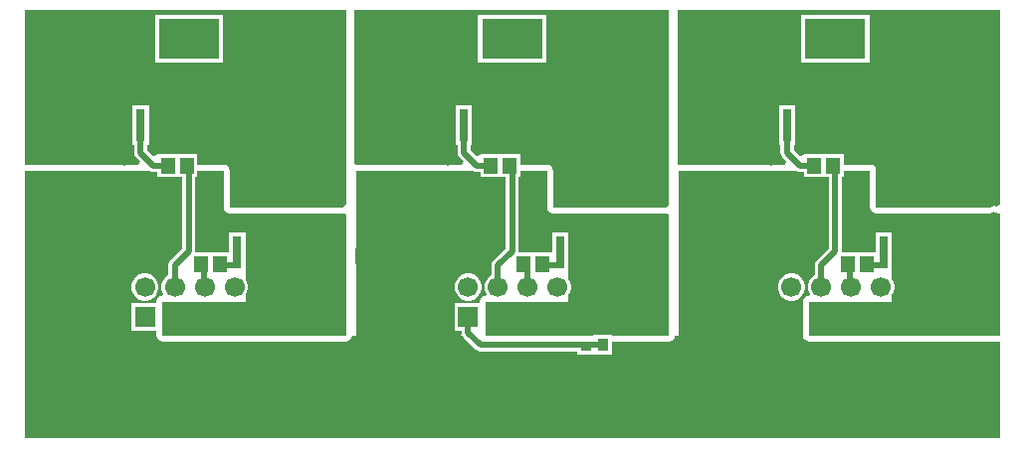
<source format=gbr>
%TF.GenerationSoftware,Altium Limited,Altium Designer,24.0.1 (36)*%
G04 Layer_Physical_Order=1*
G04 Layer_Color=255*
%FSLAX45Y45*%
%MOMM*%
%TF.SameCoordinates,AADBD710-655B-4C0A-A29E-FCC33305A696*%
%TF.FilePolarity,Positive*%
%TF.FileFunction,Copper,L1,Top,Signal*%
%TF.Part,Single*%
G01*
G75*
%TA.AperFunction,SMDPad,CuDef*%
%ADD10R,0.95000X1.10000*%
%ADD11R,0.90000X0.70000*%
%ADD12R,1.20000X1.35000*%
%TA.AperFunction,ConnectorPad*%
%ADD13R,5.19999X3.49987*%
%TA.AperFunction,SMDPad,CuDef*%
%ADD14R,1.63500X2.69999*%
%TA.AperFunction,ConnectorPad*%
%AMCUSTOMSHAPE15*
4,1,30,-4.00500,-1.41000,-4.00500,1.41000,4.00500,1.41000,4.00500,-1.40000,3.99499,-1.40000,3.20500,-1.40000,3.20500,0.60000,2.80500,0.60000,2.80500,-1.40000,2.00500,-1.40000,2.00500,0.59997,1.60500,0.59997,1.60500,-1.40000,0.80500,-1.40000,0.80500,0.59997,0.40500,0.59997,0.40500,-1.40000,-0.39500,-1.40000,-0.39500,0.59997,-0.79499,0.59997,-0.79499,-1.40000,-1.59499,-1.40000,-1.59499,0.59997,-1.99499,0.59997,-1.99499,-1.40000,-2.79499,-1.40000,-2.79499,0.59997,-3.19499,0.59997,-3.19499,-1.40000,-4.00500,-1.41000,-4.00500,-1.41000,0.0*%
%ADD15CUSTOMSHAPE15*%

%ADD16O,6.06003X4.79999*%
%ADD17R,0.80000X2.79999*%
%TA.AperFunction,SMDPad,CuDef*%
%AMCUSTOMSHAPE18*
4,1,30,4.00500,1.41000,4.00500,-1.41000,-4.00500,-1.41000,-4.00500,1.40000,-3.99499,1.40000,-3.20500,1.40000,-3.20500,-0.60000,-2.80500,-0.60000,-2.80500,1.40000,-2.00500,1.40000,-2.00500,-0.59997,-1.60500,-0.59997,-1.60500,1.40000,-0.80500,1.40000,-0.80500,-0.59997,-0.40500,-0.59997,-0.40500,1.40000,0.39500,1.40000,0.39500,-0.59997,0.79499,-0.59997,0.79499,1.40000,1.59499,1.40000,1.59499,-0.59997,1.99499,-0.59997,1.99499,1.40000,2.79499,1.40000,2.79499,-0.59997,3.19499,-0.59997,3.19499,1.40000,4.00500,1.41000,4.00500,1.41000,0.0*%
%ADD18CUSTOMSHAPE18*%

%ADD19O,6.06003X4.79999*%
%ADD20R,0.80000X2.79999*%
%AMCUSTOMSHAPE21*
4,1,30,-4.00500,-1.41000,-4.00500,1.41000,4.00500,1.41000,4.00500,-1.40000,3.99499,-1.40000,3.20500,-1.40000,3.20500,0.60000,2.80500,0.60000,2.80500,-1.40000,2.00500,-1.40000,2.00500,0.59997,1.60500,0.59997,1.60500,-1.40000,0.80500,-1.40000,0.80500,0.59997,0.40500,0.59997,0.40500,-1.40000,-0.39500,-1.40000,-0.39500,0.59997,-0.79499,0.59997,-0.79499,-1.40000,-1.59499,-1.40000,-1.59499,0.59997,-1.99499,0.59997,-1.99499,-1.40000,-2.79499,-1.40000,-2.79499,0.59997,-3.19499,0.59997,-3.19499,-1.40000,-4.00500,-1.41000,-4.00500,-1.41000,0.0*%
%ADD21CUSTOMSHAPE21*%

%TA.AperFunction,ConnectorPad*%
%AMCUSTOMSHAPE22*
4,1,30,4.00500,1.41000,4.00500,-1.41000,-4.00500,-1.41000,-4.00500,1.40000,-3.99499,1.40000,-3.20500,1.40000,-3.20500,-0.60000,-2.80500,-0.60000,-2.80500,1.40000,-2.00500,1.40000,-2.00500,-0.59997,-1.60500,-0.59997,-1.60500,1.40000,-0.80500,1.40000,-0.80500,-0.59997,-0.40500,-0.59997,-0.40500,1.40000,0.39500,1.40000,0.39500,-0.59997,0.79499,-0.59997,0.79499,1.40000,1.59499,1.40000,1.59499,-0.59997,1.99499,-0.59997,1.99499,1.40000,2.79499,1.40000,2.79499,-0.59997,3.19499,-0.59997,3.19499,1.40000,4.00500,1.41000,4.00500,1.41000,0.0*%
%ADD22CUSTOMSHAPE22*%

%TA.AperFunction,Conductor*%
%ADD23C,0.50000*%
%TA.AperFunction,ComponentPad*%
%ADD24C,1.70000*%
%ADD25R,1.70000X1.70000*%
%TA.AperFunction,ViaPad*%
%ADD26C,1.00000*%
G36*
X4500000Y-6279021D02*
X4487795Y-6289517D01*
X4475332Y-6296022D01*
X4470000Y-6296818D01*
X4460126Y-6294817D01*
X4460032Y-6294817D01*
X4459946Y-6294781D01*
X4450110D01*
X4440235Y-6294745D01*
X4440148Y-6294781D01*
X4440055D01*
X4430959Y-6298548D01*
X4421830Y-6302291D01*
X4421764Y-6302357D01*
X4421677Y-6302393D01*
X4416146Y-6306089D01*
Y-6307267D01*
X3446148D01*
Y-6302246D01*
Y-5992733D01*
X3442267Y-5973224D01*
X3431216Y-5956685D01*
X3414677Y-5945634D01*
X3395168Y-5941754D01*
X3170000D01*
Y-5852500D01*
X2830000D01*
Y-5858268D01*
X2800000Y-5870694D01*
X2745828Y-5816522D01*
Y-5777278D01*
X2759751D01*
Y-5437278D01*
X2619751D01*
Y-5777278D01*
X2633673D01*
Y-5839750D01*
X2637942Y-5861210D01*
X2650098Y-5879403D01*
X2684732Y-5914037D01*
X2673252Y-5941754D01*
X1763855D01*
X1760000Y-5938590D01*
Y-4625000D01*
X4500000D01*
Y-6279021D01*
D02*
G37*
G36*
X1686145Y-5507269D02*
Y-5647268D01*
Y-6278368D01*
X1683769Y-6284569D01*
X1676479Y-6294408D01*
X1666146Y-6303868D01*
Y-6307267D01*
X696147D01*
Y-6302246D01*
Y-5992733D01*
D01*
X692267Y-5973224D01*
X681216Y-5956685D01*
X664677Y-5945634D01*
X645168Y-5941754D01*
X420000D01*
Y-5852500D01*
X80000D01*
Y-5858268D01*
X50000Y-5870694D01*
X-4172Y-5816522D01*
Y-5777278D01*
X9751D01*
Y-5437278D01*
X-130249D01*
Y-5777278D01*
X-116327D01*
Y-5839750D01*
X-112058Y-5861210D01*
X-99902Y-5879403D01*
X-65268Y-5914037D01*
X-76748Y-5941754D01*
X-975000D01*
X-990000Y-5929444D01*
Y-4625000D01*
X1686145D01*
Y-5507269D01*
D02*
G37*
G36*
X-1063855D02*
Y-5647268D01*
Y-6278368D01*
X-1066232Y-6284569D01*
X-1073521Y-6294408D01*
X-1083855Y-6303868D01*
Y-6307267D01*
X-2053853D01*
Y-6302246D01*
Y-5992733D01*
X-2057733Y-5973224D01*
X-2068784Y-5956685D01*
X-2085323Y-5945634D01*
X-2104832Y-5941754D01*
X-2330000D01*
Y-5852500D01*
X-2670000D01*
Y-5858268D01*
X-2700000Y-5870694D01*
X-2754172Y-5816522D01*
Y-5777278D01*
X-2740250D01*
Y-5437278D01*
X-2880249D01*
Y-5777278D01*
X-2866327D01*
Y-5839750D01*
X-2862058Y-5861210D01*
X-2849902Y-5879403D01*
X-2815268Y-5914037D01*
X-2826748Y-5941754D01*
X-3800000D01*
Y-4625000D01*
X-1063855D01*
Y-5507269D01*
D02*
G37*
G36*
X3395168Y-6307267D02*
X3399049Y-6326776D01*
X3410100Y-6343315D01*
X3426639Y-6354366D01*
X3446148Y-6358247D01*
X4416146D01*
X4435655Y-6354366D01*
X4450000Y-6344781D01*
X4462617Y-6347338D01*
X4500000Y-6361765D01*
Y-7400000D01*
X2875000D01*
Y-7110000D01*
X3580000D01*
Y-7056634D01*
X3580023Y-7056611D01*
X3595163Y-7030388D01*
X3603000Y-7001140D01*
Y-6970860D01*
X3595163Y-6941612D01*
X3580023Y-6915389D01*
X3580000Y-6915366D01*
Y-6862722D01*
X3580249D01*
Y-6522723D01*
X3440250D01*
Y-6692500D01*
X3166336D01*
X3156078Y-6680000D01*
Y-6047500D01*
X3170000D01*
Y-5992733D01*
X3395168D01*
Y-6307267D01*
D02*
G37*
G36*
X645168D02*
X649048Y-6326776D01*
X660100Y-6343315D01*
X676638Y-6354366D01*
X696147Y-6358247D01*
X1666146D01*
X1672740Y-6356935D01*
X1685740Y-6367604D01*
Y-7400000D01*
X1197500D01*
Y-7395000D01*
X1042500D01*
Y-7400000D01*
X125000D01*
Y-7110000D01*
X830000D01*
Y-7056634D01*
X830023Y-7056611D01*
X845163Y-7030388D01*
X853000Y-7001140D01*
Y-6970860D01*
X845163Y-6941612D01*
X830023Y-6915389D01*
X830000Y-6915366D01*
Y-6862722D01*
X830249D01*
Y-6522723D01*
X690250D01*
Y-6692500D01*
X413837D01*
X405590Y-6682451D01*
X406077Y-6680000D01*
Y-6047500D01*
X420000D01*
Y-5992733D01*
X645168D01*
Y-6307267D01*
D02*
G37*
G36*
X-2104832D02*
X-2100952Y-6326776D01*
X-2089901Y-6343315D01*
X-2073362Y-6354366D01*
X-2053853Y-6358247D01*
X-1083855D01*
X-1077260Y-6356935D01*
X-1064260Y-6367604D01*
Y-7400000D01*
X-2625000D01*
Y-7110000D01*
X-1920000D01*
Y-7056634D01*
X-1919977Y-7056611D01*
X-1904837Y-7030388D01*
X-1897000Y-7001140D01*
Y-6970860D01*
X-1904837Y-6941612D01*
X-1919977Y-6915389D01*
X-1920000Y-6915366D01*
Y-6862722D01*
X-1919751D01*
Y-6522723D01*
X-2059751D01*
Y-6692500D01*
X-2336163D01*
X-2344410Y-6682451D01*
X-2343923Y-6680000D01*
Y-6047500D01*
X-2330000D01*
Y-5992733D01*
X-2104832D01*
Y-6307267D01*
D02*
G37*
G36*
X2778541Y-6001809D02*
X2800000Y-6006077D01*
X2830000D01*
Y-6047500D01*
X3043923D01*
Y-6656772D01*
X2940347Y-6760347D01*
X2928192Y-6778540D01*
X2923923Y-6800000D01*
Y-6885586D01*
X2909389Y-6893977D01*
X2887977Y-6915389D01*
X2872837Y-6941612D01*
X2865000Y-6970860D01*
Y-7001140D01*
X2872837Y-7030388D01*
X2881863Y-7046020D01*
X2875000Y-7059020D01*
X2855491Y-7062901D01*
X2838952Y-7073952D01*
X2827901Y-7090491D01*
X2824021Y-7110000D01*
Y-7400000D01*
X2827901Y-7419509D01*
X2838952Y-7436048D01*
X2855491Y-7447099D01*
X2875000Y-7450980D01*
X4500000D01*
Y-8275000D01*
X-3800000D01*
Y-7400000D01*
Y-5992733D01*
X-2735042D01*
X-2721460Y-6001809D01*
X-2700000Y-6006077D01*
X-2670000D01*
Y-6047500D01*
X-2456077D01*
Y-6656772D01*
X-2559653Y-6760347D01*
X-2571809Y-6778540D01*
X-2576077Y-6800000D01*
Y-6885586D01*
X-2590612Y-6893977D01*
X-2612023Y-6915389D01*
X-2627163Y-6941612D01*
X-2635000Y-6970860D01*
Y-7001140D01*
X-2627163Y-7030388D01*
X-2618138Y-7046020D01*
X-2625000Y-7059020D01*
X-2644509Y-7062901D01*
X-2661048Y-7073952D01*
X-2672099Y-7090491D01*
X-2675980Y-7110000D01*
Y-7125000D01*
X-2889000D01*
Y-7355000D01*
X-2675980D01*
Y-7400000D01*
X-2672099Y-7419509D01*
X-2661048Y-7436048D01*
X-2644509Y-7447099D01*
X-2625000Y-7450980D01*
X-1064260D01*
X-1044751Y-7447099D01*
X-1028212Y-7436048D01*
X-1017161Y-7419509D01*
X-1013280Y-7400000D01*
X-975000D01*
Y-6792732D01*
X-986145D01*
Y-6652732D01*
X-975000D01*
Y-5992733D01*
X14958D01*
X28540Y-6001809D01*
X50000Y-6006077D01*
X80000D01*
Y-6047500D01*
X293923D01*
Y-6656772D01*
X190347Y-6760347D01*
X178191Y-6778540D01*
X173923Y-6800000D01*
Y-6885586D01*
X159389Y-6893977D01*
X137977Y-6915389D01*
X122837Y-6941612D01*
X115000Y-6970860D01*
Y-7001140D01*
X122837Y-7030388D01*
X131863Y-7046020D01*
X125000Y-7059020D01*
X105491Y-7062901D01*
X88952Y-7073952D01*
X77901Y-7090491D01*
X74020Y-7110000D01*
Y-7125000D01*
X-139000D01*
Y-7355000D01*
X-80077D01*
Y-7376000D01*
X-77889Y-7387000D01*
X-88556Y-7400000D01*
X-74111D01*
X-63653Y-7415653D01*
X39637Y-7518942D01*
X57830Y-7531098D01*
X79290Y-7535367D01*
X905000D01*
Y-7560000D01*
X1042500D01*
Y-7565000D01*
X1197500D01*
Y-7450980D01*
X1685740D01*
X1705249Y-7447099D01*
X1721788Y-7436048D01*
X1732839Y-7419509D01*
X1736720Y-7400000D01*
X1763855D01*
Y-6792732D01*
Y-6652732D01*
Y-5992733D01*
X2764958D01*
X2778541Y-6001809D01*
D02*
G37*
%LPC*%
G36*
X3390000Y-4664007D02*
X2810001D01*
Y-5073993D01*
X3390000D01*
Y-4664007D01*
D02*
G37*
G36*
X639999D02*
X60001D01*
Y-5073993D01*
X639999D01*
Y-4664007D01*
D02*
G37*
G36*
X-2110001D02*
X-2689999D01*
Y-5073993D01*
X-2110001D01*
Y-4664007D01*
D02*
G37*
G36*
X2741140Y-6871000D02*
X2710860D01*
X2681612Y-6878837D01*
X2655389Y-6893977D01*
X2633977Y-6915389D01*
X2618837Y-6941612D01*
X2611000Y-6970860D01*
Y-7001140D01*
X2618837Y-7030388D01*
X2633977Y-7056611D01*
X2655389Y-7078023D01*
X2681612Y-7093163D01*
X2710860Y-7101000D01*
X2741140D01*
X2770388Y-7093163D01*
X2796612Y-7078023D01*
X2818023Y-7056611D01*
X2833163Y-7030388D01*
X2841000Y-7001140D01*
Y-6970860D01*
X2833163Y-6941612D01*
X2818023Y-6915389D01*
X2796612Y-6893977D01*
X2770388Y-6878837D01*
X2741140Y-6871000D01*
D02*
G37*
G36*
X-8860D02*
X-39140D01*
X-68388Y-6878837D01*
X-94611Y-6893977D01*
X-116023Y-6915389D01*
X-131163Y-6941612D01*
X-139000Y-6970860D01*
Y-7001140D01*
X-131163Y-7030388D01*
X-116023Y-7056611D01*
X-94611Y-7078023D01*
X-68388Y-7093163D01*
X-39140Y-7101000D01*
X-8860D01*
X20388Y-7093163D01*
X46612Y-7078023D01*
X68023Y-7056611D01*
X83163Y-7030388D01*
X91000Y-7001140D01*
Y-6970860D01*
X83163Y-6941612D01*
X68023Y-6915389D01*
X46612Y-6893977D01*
X20388Y-6878837D01*
X-8860Y-6871000D01*
D02*
G37*
G36*
X-2758860D02*
X-2789140D01*
X-2818388Y-6878837D01*
X-2844612Y-6893977D01*
X-2866023Y-6915389D01*
X-2881163Y-6941612D01*
X-2889000Y-6970860D01*
Y-7001140D01*
X-2881163Y-7030388D01*
X-2866023Y-7056611D01*
X-2844612Y-7078023D01*
X-2818388Y-7093163D01*
X-2789140Y-7101000D01*
X-2758860D01*
X-2729612Y-7093163D01*
X-2703389Y-7078023D01*
X-2681977Y-7056611D01*
X-2666837Y-7030388D01*
X-2659000Y-7001140D01*
Y-6970860D01*
X-2666837Y-6941612D01*
X-2681977Y-6915389D01*
X-2703389Y-6893977D01*
X-2729612Y-6878837D01*
X-2758860Y-6871000D01*
D02*
G37*
%LPD*%
D10*
X1120000Y-7340000D02*
D03*
Y-7480000D02*
D03*
D11*
X980000Y-7495000D02*
D03*
Y-7325000D02*
D03*
D12*
X-2140000Y-6790000D02*
D03*
X-2300000D02*
D03*
X3370000D02*
D03*
X3210000D02*
D03*
X2920000Y-5950000D02*
D03*
X3080000D02*
D03*
X610000Y-6790000D02*
D03*
X450000D02*
D03*
X170000Y-5950000D02*
D03*
X330000D02*
D03*
X-2580000D02*
D03*
X-2420000D02*
D03*
D13*
X3100000Y-5631000D02*
D03*
Y-4869000D02*
D03*
X350000Y-5631000D02*
D03*
Y-4869000D02*
D03*
X-2400000Y-5631000D02*
D03*
Y-4869000D02*
D03*
D14*
X2948260Y-6530000D02*
D03*
X3251739D02*
D03*
X2948261Y-6200000D02*
D03*
X3251740D02*
D03*
X198260Y-6530000D02*
D03*
X501740D02*
D03*
X198260Y-6200000D02*
D03*
X501740D02*
D03*
X-2551740Y-6530000D02*
D03*
X-2248260D02*
D03*
X-2551740Y-6200000D02*
D03*
X-2248260D02*
D03*
D15*
X3989743Y-6693256D02*
D03*
D16*
X3931153Y-5907253D02*
D03*
X-3231153Y-6392748D02*
D03*
D17*
X3510250Y-6692722D02*
D03*
X-2810249Y-5607278D02*
D03*
D18*
X2210257Y-5606745D02*
D03*
X-539743D02*
D03*
D19*
X2268847Y-6392748D02*
D03*
X1181153Y-5907253D02*
D03*
X-481153Y-6392748D02*
D03*
X-1568847Y-5907253D02*
D03*
D20*
X2689751Y-5607278D02*
D03*
X760249Y-6692722D02*
D03*
X-60249Y-5607278D02*
D03*
X-1989751Y-6692722D02*
D03*
D21*
X1239743Y-6693256D02*
D03*
X-1510257D02*
D03*
D22*
X-3289743Y-5606745D02*
D03*
D23*
X956435Y-7481434D02*
X1003566D01*
X-24000Y-7376000D02*
X79290Y-7479290D01*
X954290D01*
X1003566Y-7481434D02*
X1005000Y-7480000D01*
X954290Y-7479290D02*
X956435Y-7481434D01*
X-24000Y-7376000D02*
Y-7240000D01*
X1005000Y-7480000D02*
X1120000D01*
X3100000Y-6680000D02*
Y-5970000D01*
X2980000Y-6986000D02*
Y-6800000D01*
X3100000Y-6680000D01*
X-2400000Y-6680000D02*
Y-5970000D01*
X-2520000Y-6800000D02*
X-2400000Y-6680000D01*
X-2520000Y-6986000D02*
Y-6800000D01*
X230000Y-6986000D02*
Y-6800000D01*
X350000Y-6680000D02*
Y-5970000D01*
X230000Y-6800000D02*
X350000Y-6680000D01*
X2689751Y-5839750D02*
Y-5607278D01*
Y-5839750D02*
X2800000Y-5950000D01*
X2920000D01*
X3495250Y-6800000D02*
X3510250Y-6785000D01*
Y-6692722D01*
X3380000Y-6800000D02*
X3495250D01*
X3080000Y-5950000D02*
X3100000Y-5970000D01*
X3227000Y-6979000D02*
X3234000Y-6986000D01*
X3227000Y-6979000D02*
Y-6807000D01*
X-60249Y-5839750D02*
Y-5607278D01*
Y-5839750D02*
X50000Y-5950000D01*
X170000D01*
X745249Y-6800000D02*
X760249Y-6785000D01*
Y-6692722D01*
X630000Y-6800000D02*
X745249D01*
X330000Y-5950000D02*
X350000Y-5970000D01*
X477000Y-6979000D02*
X484000Y-6986000D01*
X477000Y-6979000D02*
Y-6807000D01*
X-2273000Y-6979000D02*
Y-6807000D01*
Y-6979000D02*
X-2266000Y-6986000D01*
X-2420000Y-5950000D02*
X-2400000Y-5970000D01*
X-2120000Y-6800000D02*
X-2004751D01*
X-1989751Y-6785000D02*
Y-6692722D01*
X-2004751Y-6800000D02*
X-1989751Y-6785000D01*
X-2700000Y-5950000D02*
X-2580000D01*
X-2810249Y-5839750D02*
X-2700000Y-5950000D01*
X-2810249Y-5839750D02*
Y-5607278D01*
D24*
X-2774000Y-6986000D02*
D03*
X-2520000D02*
D03*
X-2266000D02*
D03*
X-24000D02*
D03*
X230000D02*
D03*
X484000D02*
D03*
X2726000D02*
D03*
X2980000D02*
D03*
X3234000D02*
D03*
X2980000Y-7240000D02*
D03*
X3234000D02*
D03*
X3488000D02*
D03*
Y-6986000D02*
D03*
X230000Y-7240000D02*
D03*
X484000D02*
D03*
X738000D02*
D03*
Y-6986000D02*
D03*
X-2520000Y-7240000D02*
D03*
X-2266000D02*
D03*
X-2012000D02*
D03*
Y-6986000D02*
D03*
D25*
X2726000Y-7240000D02*
D03*
X-24000D02*
D03*
X-2774000D02*
D03*
D26*
X-2969716Y-5397714D02*
D03*
X-3269716D02*
D03*
X-3569716D02*
D03*
X-825325Y-5401927D02*
D03*
X-525325D02*
D03*
X-225325D02*
D03*
X2530000Y-5400000D02*
D03*
X2230000D02*
D03*
X1930000D02*
D03*
X-2950000Y-5900000D02*
D03*
X-220000Y-5100000D02*
D03*
X-520000D02*
D03*
X-820000D02*
D03*
X880000Y-5900000D02*
D03*
Y-6100000D02*
D03*
Y-4800000D02*
D03*
X1180000Y-5400000D02*
D03*
X1480000Y-5100000D02*
D03*
X1180000Y-4800000D02*
D03*
Y-5100000D02*
D03*
Y-5700000D02*
D03*
Y-6100000D02*
D03*
X-520000Y-4800000D02*
D03*
X1480000Y-5400000D02*
D03*
X-220000Y-4800000D02*
D03*
X1180000Y-5900000D02*
D03*
X880000Y-5100000D02*
D03*
Y-5700000D02*
D03*
X1480000D02*
D03*
X880000Y-5400000D02*
D03*
X1480000Y-4800000D02*
D03*
Y-6100000D02*
D03*
X-820000Y-4800000D02*
D03*
X1480000Y-5900000D02*
D03*
X-1575000Y-6100000D02*
D03*
X-1275000Y-5400000D02*
D03*
Y-5900000D02*
D03*
Y-5700000D02*
D03*
X-1875000Y-6100000D02*
D03*
X-3575000Y-5100000D02*
D03*
X-1575000Y-5700000D02*
D03*
X-3275000Y-4800000D02*
D03*
X-1875000D02*
D03*
X-1275000Y-5100000D02*
D03*
X-1875000Y-5400000D02*
D03*
X-1275000Y-6100000D02*
D03*
X-3275000Y-5100000D02*
D03*
X-2975000D02*
D03*
X-1875000D02*
D03*
X-1275000Y-4800000D02*
D03*
X-1875000Y-5700000D02*
D03*
X-1575000Y-5900000D02*
D03*
X-1575000Y-5100000D02*
D03*
X-2975000Y-4800000D02*
D03*
X-1575000Y-5400000D02*
D03*
X-1875000Y-5900000D02*
D03*
X-3575000Y-4800000D02*
D03*
X-1575000D02*
D03*
X3925000Y-6100000D02*
D03*
Y-5700000D02*
D03*
Y-5900000D02*
D03*
X3625000Y-6100000D02*
D03*
X4225000D02*
D03*
X3625000Y-5900000D02*
D03*
X4225000D02*
D03*
X3625000Y-5700000D02*
D03*
X4225000D02*
D03*
X3625000Y-5400000D02*
D03*
X3925000D02*
D03*
X4225000D02*
D03*
Y-4800000D02*
D03*
X3925000D02*
D03*
X3625000D02*
D03*
X4225000Y-5100000D02*
D03*
X3925000D02*
D03*
X3625000D02*
D03*
X1925000Y-4800000D02*
D03*
X2225000D02*
D03*
X2525000D02*
D03*
X1925000Y-5100000D02*
D03*
X2225000D02*
D03*
X2525000D02*
D03*
X-200000Y-5900000D02*
D03*
X2550000D02*
D03*
X3300000Y-4950000D02*
D03*
X550000D02*
D03*
X-2200000D02*
D03*
%TF.MD5,c6e799375380266de4a5adb958cb076b*%
M02*

</source>
